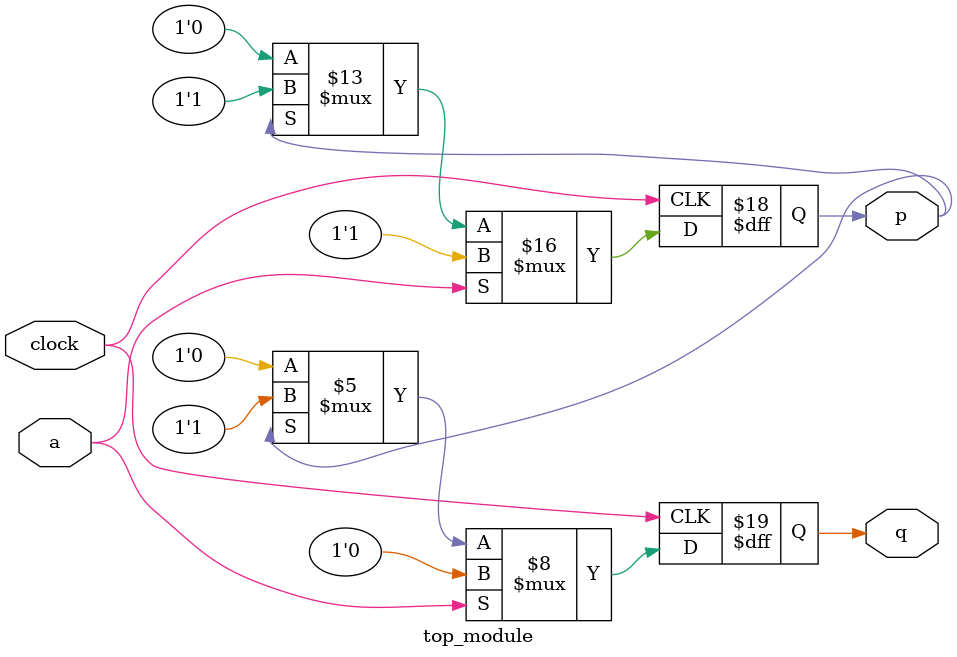
<source format=sv>
module top_module (
	input clock,
	input a, 
	output reg p,
	output reg q
);

always @(posedge clock) begin
	if (a) begin
		p <= 1;
		q <= 0;
	end else if (p) begin
		p <= 1;
		q <= 1;
	end else if (q) begin
		p <= 0;
		q <= 0;
	end else begin
		p <= 0;
		q <= 0;
	end
end

endmodule

</source>
